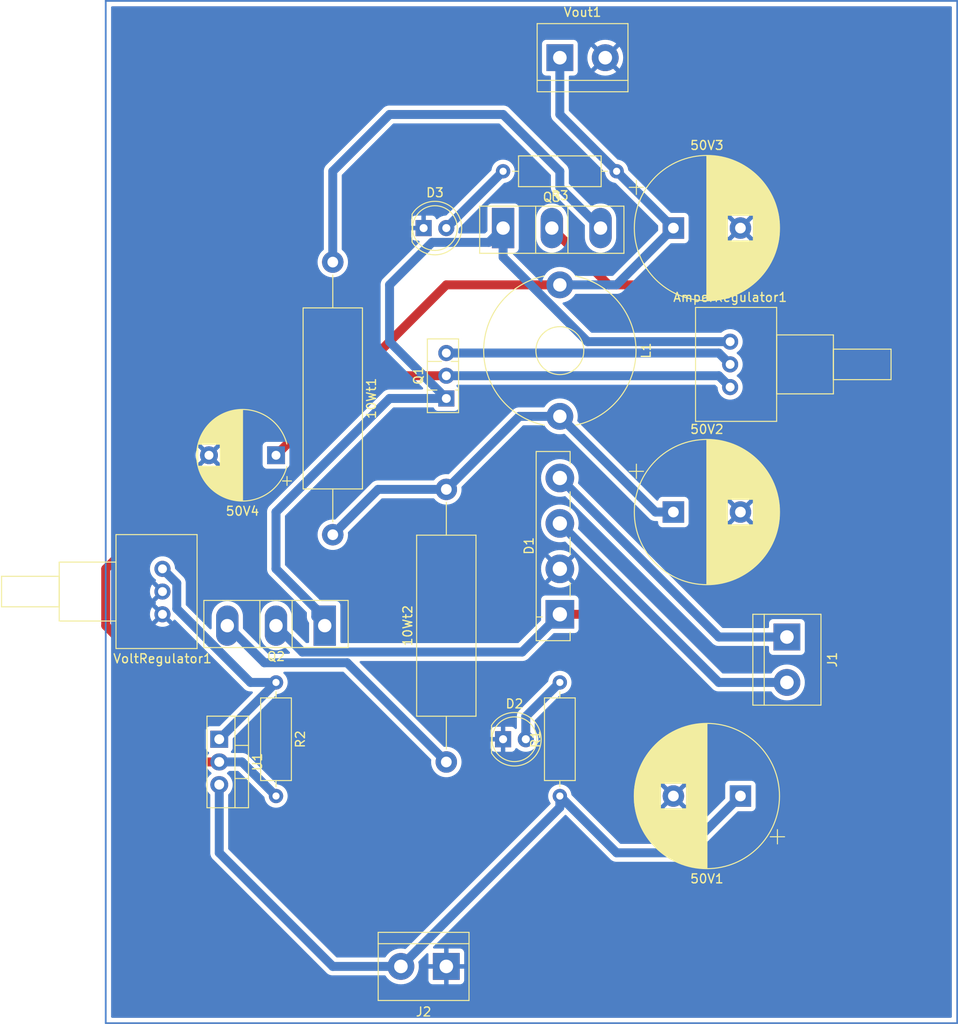
<source format=kicad_pcb>
(kicad_pcb (version 20221018) (generator pcbnew)
  (title_block (title "0-10A 0-24V Constant Output Module ") (date "10.09.2023") (rev "1.0") (company "by Muxtar_Safarov"))
  (layers (0 "F.Cu" signal) (31 "B.Cu" signal) (34 "B.Paste" user) (35 "F.Paste" user) (36 "B.SilkS" user "B.Silkscreen") (37 "F.SilkS" user "F.Silkscreen") (38 "B.Mask" user) (39 "F.Mask" user) (44 "Edge.Cuts" user))
  (net 0 "")
  (net 1 "Net-(Q3-E)")
  (net 2 "Net-(10Wt1-Pad2)")
  (net 3 "Net-(Q2-E)")
  (net 4 "VCC")
  (net 5 "Earth")
  (net 6 "Net-(Vout1-Pin_1)")
  (net 7 "Net-(Q1-C)")
  (net 8 "Net-(Q1-B)")
  (net 9 "Net-(Q1-E)")
  (net 10 "Net-(D1-+)")
  (net 11 "Net-(J1-Pin_2)")
  (net 12 "Net-(J1-Pin_1)")
  (net 13 "Net-(D2-A)")
  (net 14 "Net-(D3-A)")
  (net 15 "Net-(U1-ADJ)")
  (footprint "Package_TO_SOT_THT:TO-247-3_Vertical" (layer "F.Cu") (at 107.95 101.6)
    (fp_text reference "Q3" (at 5.45 -3.45) (layer "F.SilkS"))
    (fp_text value "TIP3055G")
    (pad "1" thru_hole rect (at 0 0) (size 2.5 4.5) (drill 1.5) (layers "*.Cu" "*.Mask") (net 9 "Net-(Q1-E)"))
    (pad "2" thru_hole oval (at 5.45 0) (size 2.5 4.5) (drill 1.5) (layers "*.Cu" "*.Mask") (net 10 "Net-(D1-+)"))
    (pad "3" thru_hole oval (at 10.9 0) (size 2.5 4.5) (drill 1.5) (layers "*.Cu" "*.Mask") (net 1 "Net-(Q3-E)"))
  )
  (footprint "Capacitor_THT:CP_Radial_D16.0mm_P7.50mm" (layer "F.Cu") (at 127 101.6)
    (fp_text reference "50V3" (at 3.75 -9.25) (layer "F.SilkS"))
    (fp_text value "1000uF")
    (pad "1" thru_hole rect (at 0 0) (size 2.4 2.4) (drill 1.2) (layers "*.Cu" "*.Mask") (net 6 "Net-(Vout1-Pin_1)"))
    (pad "2" thru_hole circle (at 7.5 0) (size 2.4 2.4) (drill 1.2) (layers "*.Cu" "*.Mask") (net 5 "Earth"))
  )
  (footprint "Resistor_THT:R_Axial_DIN0309_L9.0mm_D3.2mm_P12.70mm_Horizontal" (layer "F.Cu") (at 120.65 95.25 180)
    (fp_text reference "R3" (at 6.35 -2.72) (layer "F.SilkS"))
    (fp_text value "1K")
    (pad "1" thru_hole circle (at 0 0 180) (size 1.6 1.6) (drill 0.8) (layers "*.Cu" "*.Mask") (net 6 "Net-(Vout1-Pin_1)"))
    (pad "2" thru_hole oval (at 12.7 0 180) (size 1.6 1.6) (drill 0.8) (layers "*.Cu" "*.Mask") (net 14 "Net-(D3-A)"))
  )
  (footprint "Potentiometer_THT:Potentiometer_Vishay_148-149_Single_Horizontal" (layer "F.Cu") (at 69.85 139.7 180)
    (fp_text reference "VoltRegulator1" (at 0 -10.04) (layer "F.SilkS"))
    (fp_text value "5K")
    (pad "1" thru_hole circle (at 0 0 180) (size 1.8 1.8) (drill 1) (layers "*.Cu" "*.Mask") (net 15 "Net-(U1-ADJ)"))
    (pad "2" thru_hole circle (at 0 -2.54 180) (size 1.8 1.8) (drill 1) (layers "*.Cu" "*.Mask") (net 5 "Earth"))
    (pad "3" thru_hole circle (at 0 -5.08 180) (size 1.8 1.8) (drill 1) (layers "*.Cu" "*.Mask") (net 5 "Earth"))
  )
  (footprint "Diode_THT:Diode_Bridge_Vishay_GBL" (layer "F.Cu") (at 114.3 144.78 90)
    (fp_text reference "D1" (at 7.65 -3.45 90) (layer "F.SilkS"))
    (fp_text value "Bridge Diode")
    (pad "1" thru_hole rect (at 0 0 270) (size 3.2 3.2) (drill 1.6) (layers "*.Cu" "*.Mask") (net 10 "Net-(D1-+)"))
    (pad "2" thru_hole circle (at 5.08 0 270) (size 3.2 3.2) (drill 1.6) (layers "*.Cu" "*.Mask") (net 5 "Earth"))
    (pad "3" thru_hole circle (at 10.16 0 270) (size 3.2 3.2) (drill 1.6) (layers "*.Cu" "*.Mask") (net 11 "Net-(J1-Pin_2)"))
    (pad "4" thru_hole circle (at 15.24 0 270) (size 3.2 3.2) (drill 1.6) (layers "*.Cu" "*.Mask") (net 12 "Net-(J1-Pin_1)"))
  )
  (footprint "Inductor_THT:L_Toroid_Horizontal_D16.8mm_P14.70mm_Vishay_TJ3_BigPads" (layer "F.Cu") (at 114.3 107.95 -90)
    (fp_text reference "L1" (at 7.35 -9.65 90) (layer "F.SilkS"))
    (fp_text value "L")
    (pad "1" thru_hole circle (at 0 0 270) (size 3 3) (drill 1.5) (layers "*.Cu" "*.Mask") (net 6 "Net-(Vout1-Pin_1)"))
    (pad "2" thru_hole circle (at 14.7 0 270) (size 3 3) (drill 1.5) (layers "*.Cu" "*.Mask") (net 2 "Net-(10Wt1-Pad2)"))
  )
  (footprint "Package_TO_SOT_THT:TO-247-3_Vertical" (layer "F.Cu") (at 88 146.05 180)
    (fp_text reference "Q2" (at 5.45 -3.45) (layer "F.SilkS"))
    (fp_text value "TIP3055G")
    (pad "1" thru_hole rect (at 0 0 180) (size 2.5 4.5) (drill 1.5) (layers "*.Cu" "*.Mask") (net 9 "Net-(Q1-E)"))
    (pad "2" thru_hole oval (at 5.45 0 180) (size 2.5 4.5) (drill 1.5) (layers "*.Cu" "*.Mask") (net 10 "Net-(D1-+)"))
    (pad "3" thru_hole oval (at 10.9 0 180) (size 2.5 4.5) (drill 1.5) (layers "*.Cu" "*.Mask") (net 3 "Net-(Q2-E)"))
  )
  (footprint "Potentiometer_THT:Potentiometer_Vishay_148-149_Single_Horizontal" (layer "F.Cu") (at 133.35 119.38)
    (fp_text reference "AmperRegulator1" (at 0 -10.04) (layer "F.SilkS"))
    (fp_text value "10K")
    (pad "1" thru_hole circle (at 0 0) (size 1.8 1.8) (drill 1) (layers "*.Cu" "*.Mask") (net 7 "Net-(Q1-C)"))
    (pad "2" thru_hole circle (at 0 -2.54) (size 1.8 1.8) (drill 1) (layers "*.Cu" "*.Mask") (net 8 "Net-(Q1-B)"))
    (pad "3" thru_hole circle (at 0 -5.08) (size 1.8 1.8) (drill 1) (layers "*.Cu" "*.Mask") (net 9 "Net-(Q1-E)"))
  )
  (footprint "TerminalBlock:TerminalBlock_bornier-2_P5.08mm" (layer "F.Cu") (at 139.7 147.32 -90)
    (fp_text reference "J1" (at 2.54 -5.08 90) (layer "F.SilkS"))
    (fp_text value "AC Voltage")
    (pad "1" thru_hole rect (at 0 0 270) (size 3 3) (drill 1.52) (layers "*.Cu" "*.Mask") (net 12 "Net-(J1-Pin_1)"))
    (pad "2" thru_hole circle (at 5.08 0 270) (size 3 3) (drill 1.52) (layers "*.Cu" "*.Mask") (net 11 "Net-(J1-Pin_2)"))
  )
  (footprint "Resistor_THT:R_Axial_DIN0309_L9.0mm_D3.2mm_P12.70mm_Horizontal" (layer "F.Cu") (at 82.55 152.4 -90)
    (fp_text reference "R2" (at 6.35 -2.72 90) (layer "F.SilkS"))
    (fp_text value "220R")
    (pad "1" thru_hole circle (at 0 0 270) (size 1.6 1.6) (drill 0.8) (layers "*.Cu" "*.Mask") (net 15 "Net-(U1-ADJ)"))
    (pad "2" thru_hole oval (at 12.7 0 270) (size 1.6 1.6) (drill 0.8) (layers "*.Cu" "*.Mask") (net 7 "Net-(Q1-C)"))
  )
  (footprint "Capacitor_THT:CP_Radial_D16.0mm_P7.50mm" (layer "F.Cu") (at 127 133.35)
    (fp_text reference "50V2" (at 3.75 -9.25) (layer "F.SilkS"))
    (fp_text value "1000uF")
    (pad "1" thru_hole rect (at 0 0) (size 2.4 2.4) (drill 1.2) (layers "*.Cu" "*.Mask") (net 2 "Net-(10Wt1-Pad2)"))
    (pad "2" thru_hole circle (at 7.5 0) (size 2.4 2.4) (drill 1.2) (layers "*.Cu" "*.Mask") (net 5 "Earth"))
  )
  (footprint "LED_THT:LED_D5.0mm" (layer "F.Cu") (at 107.95 158.75)
    (fp_text reference "D2" (at 1.27 -3.96) (layer "F.SilkS"))
    (fp_text value "RED")
    (pad "1" thru_hole rect (at 0 0) (size 1.8 1.8) (drill 0.9) (layers "*.Cu" "*.Mask") (net 5 "Earth"))
    (pad "2" thru_hole circle (at 2.54 0) (size 1.8 1.8) (drill 0.9) (layers "*.Cu" "*.Mask") (net 13 "Net-(D2-A)"))
  )
  (footprint "Capacitor_THT:CP_Radial_D16.0mm_P7.50mm" (layer "F.Cu") (at 134.5 165.1 180)
    (fp_text reference "50V1" (at 3.75 -9.25) (layer "F.SilkS"))
    (fp_text value "1000uF")
    (pad "1" thru_hole rect (at 0 0 180) (size 2.4 2.4) (drill 1.2) (layers "*.Cu" "*.Mask") (net 4 "VCC"))
    (pad "2" thru_hole circle (at 7.5 0 180) (size 2.4 2.4) (drill 1.2) (layers "*.Cu" "*.Mask") (net 5 "Earth"))
  )
  (footprint "Capacitor_THT:CP_Radial_D10.0mm_P7.50mm" (layer "F.Cu") (at 82.55 127 180)
    (fp_text reference "50V4" (at 3.75 -6.25) (layer "F.SilkS"))
    (fp_text value "100uF")
    (pad "1" thru_hole rect (at 0 0 180) (size 2 2) (drill 1) (layers "*.Cu" "*.Mask") (net 6 "Net-(Vout1-Pin_1)"))
    (pad "2" thru_hole circle (at 7.5 0 180) (size 2 2) (drill 1) (layers "*.Cu" "*.Mask") (net 5 "Earth"))
  )
  (footprint "Package_TO_SOT_THT:TO-126-3_Vertical" (layer "F.Cu") (at 101.6 120.65 90)
    (fp_text reference "Q1" (at 2.54 -3.12 90) (layer "F.SilkS"))
    (fp_text value "BD139")
    (pad "1" thru_hole rect (at 0 0 90) (size 1.8 1.8) (drill 1) (layers "*.Cu" "*.Mask") (net 9 "Net-(Q1-E)"))
    (pad "2" thru_hole oval (at 2.54 0 90) (size 1.8 1.8) (drill 1) (layers "*.Cu" "*.Mask") (net 7 "Net-(Q1-C)"))
    (pad "3" thru_hole oval (at 5.08 0 90) (size 1.8 1.8) (drill 1) (layers "*.Cu" "*.Mask") (net 8 "Net-(Q1-B)"))
  )
  (footprint "Resistor_THT:R_Axial_Power_L20.0mm_W6.4mm_P30.48mm" (layer "F.Cu") (at 88.9 105.405 -90)
    (fp_text reference "10Wt1" (at 15.24 -4.32 90) (layer "F.SilkS"))
    (fp_text value "0,22R")
    (pad "1" thru_hole circle (at 0 0 270) (size 2.4 2.4) (drill 1.2) (layers "*.Cu" "*.Mask") (net 1 "Net-(Q3-E)"))
    (pad "2" thru_hole oval (at 30.48 0 270) (size 2.4 2.4) (drill 1.2) (layers "*.Cu" "*.Mask") (net 2 "Net-(10Wt1-Pad2)"))
  )
  (footprint "Resistor_THT:R_Axial_DIN0309_L9.0mm_D3.2mm_P12.70mm_Horizontal" (layer "F.Cu") (at 114.3 165.1 90)
    (fp_text reference "R1" (at 6.35 -2.72 90) (layer "F.SilkS"))
    (fp_text value "1K")
    (pad "1" thru_hole circle (at 0 0 90) (size 1.6 1.6) (drill 0.8) (layers "*.Cu" "*.Mask") (net 4 "VCC"))
    (pad "2" thru_hole oval (at 12.7 0 90) (size 1.6 1.6) (drill 0.8) (layers "*.Cu" "*.Mask") (net 13 "Net-(D2-A)"))
  )
  (footprint "TerminalBlock:TerminalBlock_bornier-2_P5.08mm" (layer "F.Cu") (at 101.6 184.15 180)
    (fp_text reference "J2" (at 2.54 -5.08) (layer "F.SilkS"))
    (fp_text value "VCC INPUT")
    (pad "1" thru_hole rect (at 0 0 180) (size 3 3) (drill 1.52) (layers "*.Cu" "*.Mask") (net 5 "Earth"))
    (pad "2" thru_hole circle (at 5.08 0 180) (size 3 3) (drill 1.52) (layers "*.Cu" "*.Mask") (net 4 "VCC"))
  )
  (footprint "Package_TO_SOT_THT:TO-220-3_Vertical" (layer "F.Cu") (at 76.2 158.75 -90)
    (fp_text reference "U1" (at 2.54 -4.27 90) (layer "F.SilkS"))
    (fp_text value "LM317")
    (pad "1" thru_hole rect (at 0 0 270) (size 1.905 2) (drill 1.1) (layers "*.Cu" "*.Mask") (net 15 "Net-(U1-ADJ)"))
    (pad "2" thru_hole oval (at 2.54 0 270) (size 1.905 2) (drill 1.1) (layers "*.Cu" "*.Mask") (net 7 "Net-(Q1-C)"))
    (pad "3" thru_hole oval (at 5.08 0 270) (size 1.905 2) (drill 1.1) (layers "*.Cu" "*.Mask") (net 4 "VCC"))
  )
  (footprint "Resistor_THT:R_Axial_Power_L20.0mm_W6.4mm_P30.48mm" (layer "F.Cu") (at 101.6 161.295 90)
    (fp_text reference "10Wt2" (at 15.24 -4.32 90) (layer "F.SilkS"))
    (fp_text value "0,22R")
    (pad "1" thru_hole circle (at 0 0 90) (size 2.4 2.4) (drill 1.2) (layers "*.Cu" "*.Mask") (net 3 "Net-(Q2-E)"))
    (pad "2" thru_hole oval (at 30.48 0 90) (size 2.4 2.4) (drill 1.2) (layers "*.Cu" "*.Mask") (net 2 "Net-(10Wt1-Pad2)"))
  )
  (footprint "LED_THT:LED_D5.0mm_Clear" (layer "F.Cu") (at 99.06 101.6)
    (fp_text reference "D3" (at 1.27 -3.96) (layer "F.SilkS"))
    (fp_text value "LED")
    (pad "1" thru_hole rect (at 0 0) (size 1.8 1.8) (drill 0.9) (layers "*.Cu" "*.Mask") (net 5 "Earth"))
    (pad "2" thru_hole circle (at 2.54 0) (size 1.8 1.8) (drill 0.9) (layers "*.Cu" "*.Mask") (net 14 "Net-(D3-A)"))
  )
  (footprint "TerminalBlock:TerminalBlock_bornier-2_P5.08mm" (layer "F.Cu") (at 114.3 82.55)
    (fp_text reference "Vout1" (at 2.54 -5.08) (layer "F.SilkS"))
    (fp_text value "0-24V 0-10A ")
    (pad "1" thru_hole rect (at 0 0) (size 3 3) (drill 1.52) (layers "*.Cu" "*.Mask") (net 6 "Net-(Vout1-Pin_1)"))
    (pad "2" thru_hole circle (at 5.08 0) (size 3 3) (drill 1.52) (layers "*.Cu" "*.Mask") (net 5 "Earth"))
  )
  (gr_rect (start 63.5 76.2) (end 158.75 190.5) (stroke (width 0.2)) (fill none) (layer "B.Cu"))
  (segment (start 95.25 88.9) (end 88.9 95.25) (width 1) (layer "B.Cu") (net 1))
  (segment (start 114.3 97.05) (end 114.3 95.25) (width 1) (layer "B.Cu") (net 1))
  (segment (start 118.85 101.6) (end 114.3 97.05) (width 1) (layer "B.Cu") (net 1))
  (segment (start 107.95 88.9) (end 95.25 88.9) (width 1) (layer "B.Cu") (net 1))
  (segment (start 88.9 95.25) (end 88.9 105.405) (width 1) (layer "B.Cu") (net 1))
  (segment (start 114.3 95.25) (end 107.95 88.9) (width 1) (layer "B.Cu") (net 1))
  (segment (start 127 133.35) (end 125 133.35) (width 1) (layer "B.Cu") (net 2))
  (segment (start 125 133.35) (end 114.3 122.65) (width 1) (layer "B.Cu") (net 2))
  (segment (start 88.9 135.885) (end 93.97 130.815) (width 1) (layer "B.Cu") (net 2))
  (segment (start 101.6 130.815) (end 109.765 122.65) (width 1) (layer "B.Cu") (net 2))
  (segment (start 109.765 122.65) (end 114.3 122.65) (width 1) (layer "B.Cu") (net 2))
  (segment (start 93.97 130.815) (end 101.6 130.815) (width 1) (layer "B.Cu") (net 2))
  (segment (start 81.25 150.2) (end 90.505 150.2) (width 1) (layer "B.Cu") (net 3))
  (segment (start 90.505 150.2) (end 101.6 161.295) (width 1) (layer "B.Cu") (net 3))
  (segment (start 77.1 146.05) (end 81.25 150.2) (width 1) (layer "B.Cu") (net 3))
  (segment (start 88.9 184.15) (end 96.52 184.15) (width 1) (layer "B.Cu") (net 4))
  (segment (start 96.52 184.15) (end 114.3 166.37) (width 1) (layer "B.Cu") (net 4))
  (segment (start 114.3 165.1) (end 120.65 171.45) (width 1) (layer "B.Cu") (net 4))
  (segment (start 120.65 171.45) (end 128.15 171.45) (width 1) (layer "B.Cu") (net 4))
  (segment (start 114.3 166.37) (end 114.3 165.1) (width 1) (layer "B.Cu") (net 4))
  (segment (start 76.2 163.83) (end 76.2 171.45) (width 1) (layer "B.Cu") (net 4))
  (segment (start 128.15 171.45) (end 134.5 165.1) (width 1) (layer "B.Cu") (net 4))
  (segment (start 76.2 171.45) (end 88.9 184.15) (width 1) (layer "B.Cu") (net 4))
  (segment (start 82.55 127) (end 101.6 107.95) (width 1) (layer "F.Cu") (net 6))
  (segment (start 101.6 107.95) (end 114.3 107.95) (width 1) (layer "F.Cu") (net 6))
  (segment (start 114.3 82.55) (end 114.3 88.9) (width 1) (layer "B.Cu") (net 6))
  (segment (start 114.3 107.95) (end 120.65 107.95) (width 1) (layer "B.Cu") (net 6))
  (segment (start 120.65 95.25) (end 127 101.6) (width 1) (layer "B.Cu") (net 6))
  (segment (start 120.65 107.95) (end 127 101.6) (width 1) (layer "B.Cu") (net 6))
  (segment (start 114.3 88.9) (end 120.65 95.25) (width 1) (layer "B.Cu") (net 6))
  (segment (start 89.748528 123.201472) (end 79.6 133.35) (width 1) (layer "F.Cu") (net 7))
  (segment (start 89.748528 121.498528) (end 89.748528 123.201472) (width 1) (layer "F.Cu") (net 7))
  (segment (start 74.295 161.29) (end 76.2 161.29) (width 1) (layer "F.Cu") (net 7))
  (segment (start 69.85 152.4) (end 69.85 156.845) (width 1) (layer "F.Cu") (net 7))
  (segment (start 93.137056 118.11) (end 89.748528 121.498528) (width 1) (layer "F.Cu") (net 7))
  (segment (start 69.85 156.845) (end 74.295 161.29) (width 1) (layer "F.Cu") (net 7))
  (segment (start 63.5 139.7) (end 63.5 146.05) (width 1) (layer "F.Cu") (net 7))
  (segment (start 63.5 146.05) (end 69.85 152.4) (width 1) (layer "F.Cu") (net 7))
  (segment (start 69.85 133.35) (end 63.5 139.7) (width 1) (layer "F.Cu") (net 7))
  (segment (start 79.6 133.35) (end 69.85 133.35) (width 1) (layer "F.Cu") (net 7))
  (segment (start 101.6 118.11) (end 93.137056 118.11) (width 1) (layer "F.Cu") (net 7))
  (segment (start 133.35 119.38) (end 132.08 118.11) (width 1) (layer "B.Cu") (net 7))
  (segment (start 78.74 161.29) (end 82.55 165.1) (width 1) (layer "B.Cu") (net 7))
  (segment (start 132.08 118.11) (end 101.6 118.11) (width 1) (layer "B.Cu") (net 7))
  (segment (start 76.2 161.29) (end 78.74 161.29) (width 1) (layer "B.Cu") (net 7))
  (segment (start 101.6 115.57) (end 132.08 115.57) (width 1) (layer "B.Cu") (net 8))
  (segment (start 132.08 115.57) (end 133.35 116.84) (width 1) (layer "B.Cu") (net 8))
  (segment (start 82.55 133.35) (end 95.25 120.65) (width 1) (layer "B.Cu") (net 9))
  (segment (start 87 145.05) (end 87 144.15) (width 1) (layer "B.Cu") (net 9))
  (segment (start 95.25 120.65) (end 101.6 120.65) (width 1) (layer "B.Cu") (net 9))
  (segment (start 107.95 101.6) (end 107.95 104.85) (width 1) (layer "B.Cu") (net 9))
  (segment (start 100 103.2) (end 106.35 103.2) (width 1) (layer "B.Cu") (net 9))
  (segment (start 88 146.05) (end 87 145.05) (width 1) (layer "B.Cu") (net 9))
  (segment (start 117.4 114.3) (end 133.35 114.3) (width 1) (layer "B.Cu") (net 9))
  (segment (start 106.35 103.2) (end 107.95 101.6) (width 1) (layer "B.Cu") (net 9))
  (segment (start 107.95 104.85) (end 117.4 114.3) (width 1) (layer "B.Cu") (net 9))
  (segment (start 101.6 120.65) (end 95.25 114.3) (width 1) (layer "B.Cu") (net 9))
  (segment (start 95.25 114.3) (end 95.25 107.95) (width 1) (layer "B.Cu") (net 9))
  (segment (start 95.25 107.95) (end 100 103.2) (width 1) (layer "B.Cu") (net 9))
  (segment (start 82.55 139.7) (end 82.55 133.35) (width 1) (layer "B.Cu") (net 9))
  (segment (start 87 144.15) (end 82.55 139.7) (width 1) (layer "B.Cu") (net 9))
  (segment (start 119.75 107.95) (end 113.4 101.6) (width 1) (layer "F.Cu") (net 10))
  (segment (start 139.7 158.75) (end 146.05 152.4) (width 1) (layer "F.Cu") (net 10))
  (segment (start 139.7 107.95) (end 119.75 107.95) (width 1) (layer "F.Cu") (net 10))
  (segment (start 146.05 114.3) (end 139.7 107.95) (width 1) (layer "F.Cu") (net 10))
  (segment (start 119.38 144.78) (end 133.35 158.75) (width 1) (layer "F.Cu") (net 10))
  (segment (start 133.35 158.75) (end 139.7 158.75) (width 1) (layer "F.Cu") (net 10))
  (segment (start 114.3 144.78) (end 119.38 144.78) (width 1) (layer "F.Cu") (net 10))
  (segment (start 146.05 152.4) (end 146.05 114.3) (width 1) (layer "F.Cu") (net 10))
  (segment (start 114.3 144.78) (end 110.08 149) (width 1) (layer "B.Cu") (net 10))
  (segment (start 110.08 149) (end 85.5 149) (width 1) (layer "B.Cu") (net 10))
  (segment (start 85.5 149) (end 82.55 146.05) (width 1) (layer "B.Cu") (net 10))
  (segment (start 114.3 134.62) (end 132.08 152.4) (width 1) (layer "B.Cu") (net 11))
  (segment (start 132.08 152.4) (end 139.7 152.4) (width 1) (layer "B.Cu") (net 11))
  (segment (start 114.3 129.54) (end 132.08 147.32) (width 1) (layer "B.Cu") (net 12))
  (segment (start 132.08 147.32) (end 139.7 147.32) (width 1) (layer "B.Cu") (net 12))
  (segment (start 110.49 156.21) (end 114.3 152.4) (width 1) (layer "B.Cu") (net 13))
  (segment (start 110.49 158.75) (end 110.49 156.21) (width 1) (layer "B.Cu") (net 13))
  (segment (start 107.95 95.25) (end 101.6 101.6) (width 1) (layer "B.Cu") (net 14))
  (segment (start 71.45 141.3) (end 71.45 144.157716) (width 1) (layer "B.Cu") (net 15))
  (segment (start 69.85 139.7) (end 71.45 141.3) (width 1) (layer "B.Cu") (net 15))
  (segment (start 71.45 144.157716) (end 79.692284 152.4) (width 1) (layer "B.Cu") (net 15))
  (segment (start 79.692284 152.4) (end 82.55 152.4) (width 1) (layer "B.Cu") (net 15))
  (segment (start 82.55 152.4) (end 76.2 158.75) (width 1) (layer "B.Cu") (net 15))
  (zone (net 5) (net_name "Earth") (layer "B.Cu") (connect_pads (clearance 0.5)) (min_thickness 0.25) (fill yes (thermal_gap 0.5) (thermal_bridge_width 0.5))
    (polygon (pts (xy 63.5 76.2) (xy 63.5 190.5) (xy 158.75 190.5) (xy 158.75 76.2)))
  )
)
</source>
